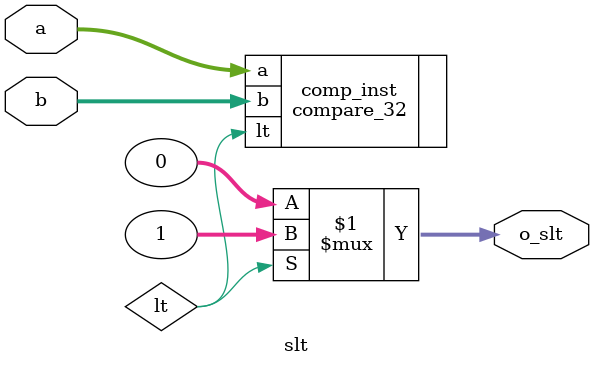
<source format=sv>
module slt #(
    parameter N = 32
) (
    input  logic [N-1:0] a,
    input  logic [N-1:0] b,
    output logic [N-1:0] o_slt
);

  logic eq,lt;

  // Instantiate the signed compare module
  compare_32 comp_inst (
      .a (a),
      .b (b),
      .lt(lt)
  );


  assign o_slt = lt ? 32'd1 : 32'd0;

endmodule

</source>
